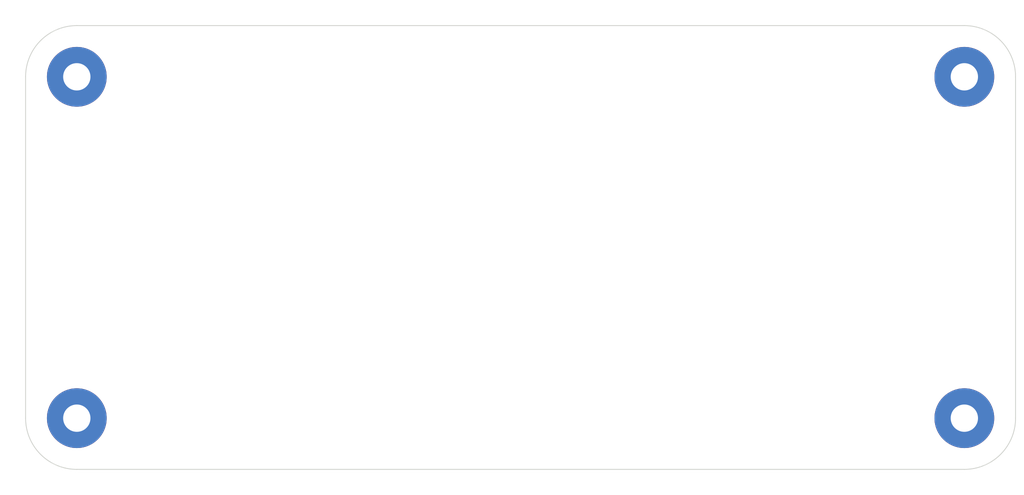
<source format=kicad_pcb>
(kicad_pcb (version 20241229) (generator "pcbnew") (generator_version "9.0")
  (title_block (title "Project name") (date "2022-02-19") (rev "1") (comment 1 "PCA number") (comment 2 "PCB number"))
  (layers (0 "F.Cu" signal) (2 "B.Cu" signal) (13 "F.Paste" user) (15 "B.Paste" user) (5 "F.SilkS" user "F.Silkscreen") (7 "B.SilkS" user "B.Silkscreen") (1 "F.Mask" user) (3 "B.Mask" user) (25 "Edge.Cuts" user))
  (net 0 "")
  (net 1 "GND")
  (footprint "lily_footprints:mec_hole_m3_pth" (layer "F.Cu") (at 100 110)
    (property "Reference" "M1004" (hide yes))
    (property "Value" "mec_hole_m3_pth" (hide yes))
    (pad "1" thru_hole circle (at 0 0) (size 7 7) (drill 3.2) (layers "*.Cu" "*.Mask") (net 1 "GND") (thermal_bridge_width 0.5) (thermal_gap 0.3))
  )
  (footprint "lily_footprints:mec_hole_m3_pth" (layer "F.Cu") (at 204 70)
    (property "Reference" "M1002" (hide yes))
    (property "Value" "mec_hole_m3_pth" (hide yes))
    (pad "1" thru_hole circle (at 0 0) (size 7 7) (drill 3.2) (layers "*.Cu" "*.Mask") (net 1 "GND") (thermal_bridge_width 0.5) (thermal_gap 0.3))
  )
  (footprint "lily_footprints:mec_hole_m3_pth" (layer "F.Cu") (at 204 110)
    (property "Reference" "M1003" (hide yes))
    (property "Value" "mec_hole_m3_pth" (hide yes))
    (pad "1" thru_hole circle (at 0 0) (size 7 7) (drill 3.2) (layers "*.Cu" "*.Mask") (net 1 "GND") (thermal_bridge_width 0.5) (thermal_gap 0.3))
  )
  (footprint "lily_footprints:mec_hole_m3_pth" (layer "F.Cu") (at 100 70)
    (property "Reference" "M1001" (hide yes))
    (property "Value" "mec_hole_m3_pth" (hide yes))
    (pad "1" thru_hole circle (at 0 0) (size 7 7) (drill 3.2) (layers "*.Cu" "*.Mask") (net 1 "GND") (thermal_bridge_width 0.5) (thermal_gap 0.3))
  )
  (gr_line (start 210 110) (end 210 70) (stroke (width 0.1)) (layer "Edge.Cuts"))
  (gr_line (start 94 70) (end 94 110) (stroke (width 0.1)) (layer "Edge.Cuts"))
  (gr_arc (start 100 116) (mid 95.757359 114.242641) (end 94 110) (stroke (width 0.1)) (layer "Edge.Cuts"))
  (gr_arc (start 210 110) (mid 208.242641 114.242641) (end 204 116) (stroke (width 0.1)) (layer "Edge.Cuts"))
  (gr_line (start 204 64) (end 100 64) (stroke (width 0.1)) (layer "Edge.Cuts"))
  (gr_line (start 100 116) (end 204 116) (stroke (width 0.1)) (layer "Edge.Cuts"))
  (gr_arc (start 204 64) (mid 208.242641 65.757359) (end 210 70) (stroke (width 0.1)) (layer "Edge.Cuts"))
  (gr_arc (start 94 70) (mid 95.757359 65.757359) (end 100 64) (stroke (width 0.1)) (layer "Edge.Cuts"))
)
</source>
